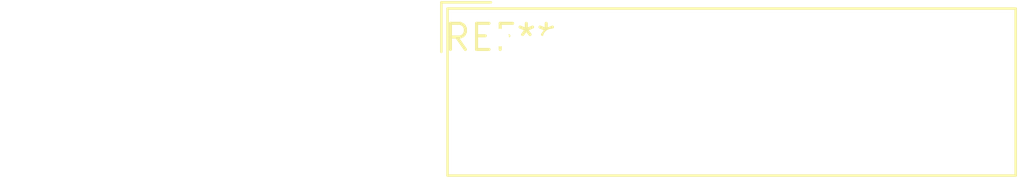
<source format=kicad_pcb>
(kicad_pcb (version 20240108) (generator pcbnew)
  (layers (0 "F.Cu" signal) (31 "B.Cu" signal) (34 "B.Paste" user) (35 "F.Paste" user) (36 "B.SilkS" user "B.Silkscreen") (37 "F.SilkS" user "F.Silkscreen") (38 "B.Mask" user) (39 "F.Mask" user) (44 "Edge.Cuts" user))
  (net 0 "")
  (footprint "Molex_SPOX_5268-10A_1x10_P2.50mm_Horizontal" (layer "F.Cu") (at 0 0)
    (property "Reference" "REF**")
    (property "Value" "Molex_SPOX_5268-10A_1x10_P2.50mm_Horizontal")
    (fp_line (start -2.86 -1.71) (end -0.45 -1.71) (layer "F.SilkS") (stroke (width 0.12)))
    (fp_line (start -2.86 0.7) (end -2.86 -1.71) (layer "F.SilkS") (stroke (width 0.12)))
    (fp_line (start -2.56 -1.41) (end -2.56 6.71) (layer "F.SilkS") (stroke (width 0.12)))
    (fp_line (start -2.56 6.71) (end 25.06 6.71) (layer "F.SilkS") (stroke (width 0.12)))
    (fp_line (start 25.06 -1.41) (end -2.56 -1.41) (layer "F.SilkS") (stroke (width 0.12)))
    (fp_line (start 25.06 6.71) (end 25.06 -1.41) (layer "F.SilkS") (stroke (width 0.12)))
    (pad "1" thru_hole roundrect (at 0 0) (size 1.7 1.85) (drill 0.85) (layers *.Cu *.Mask) (remove_unused_layers) (roundrect_rratio 0.147059))
    (pad "2" thru_hole oval (at 2.5 0) (size 1.7 1.85) (drill 0.85) (layers *.Cu *.Mask) (remove_unused_layers))
    (pad "3" thru_hole oval (at 5 0) (size 1.7 1.85) (drill 0.85) (layers *.Cu *.Mask) (remove_unused_layers))
    (pad "4" thru_hole oval (at 7.5 0) (size 1.7 1.85) (drill 0.85) (layers *.Cu *.Mask) (remove_unused_layers))
    (pad "5" thru_hole oval (at 10 0) (size 1.7 1.85) (drill 0.85) (layers *.Cu *.Mask) (remove_unused_layers))
    (pad "6" thru_hole oval (at 12.5 0) (size 1.7 1.85) (drill 0.85) (layers *.Cu *.Mask) (remove_unused_layers))
    (pad "7" thru_hole oval (at 15 0) (size 1.7 1.85) (drill 0.85) (layers *.Cu *.Mask) (remove_unused_layers))
    (pad "8" thru_hole oval (at 17.5 0) (size 1.7 1.85) (drill 0.85) (layers *.Cu *.Mask) (remove_unused_layers))
    (pad "9" thru_hole oval (at 20 0) (size 1.7 1.85) (drill 0.85) (layers *.Cu *.Mask) (remove_unused_layers))
    (pad "10" thru_hole oval (at 22.5 0) (size 1.7 1.85) (drill 0.85) (layers *.Cu *.Mask) (remove_unused_layers))
  )
)
</source>
